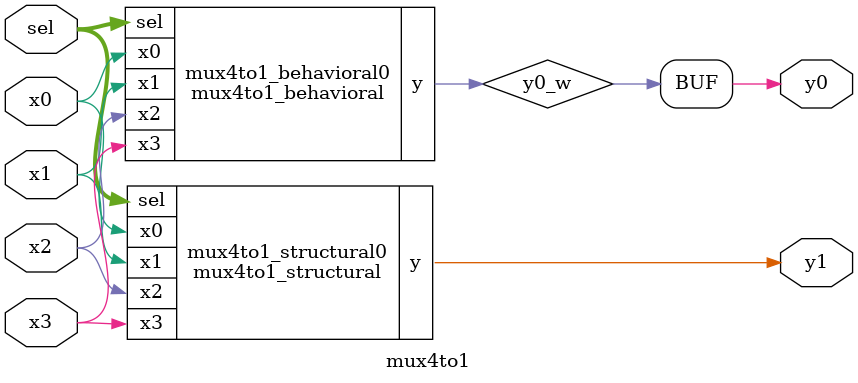
<source format=v>
`timescale 1ns / 1ps

module mux4to1_behavioral (
    input  wire       x0,
    input  wire       x1,
    input  wire       x2,
    input  wire       x3,
    input  wire [1:0] sel,
    output reg        y
);

  always @(*) begin
    case (sel)
      2'b00:   y = x0;
      2'b01:   y = x1;
      2'b10:   y = x2;
      2'b11:   y = x3;
      default: y = 1'b0;
    endcase
  end

endmodule

module mux2to1 (
    input  wire x0,
    input  wire x1,
    input  wire sel,
    output wire y
);
  assign y = sel ? x1 : x0;
endmodule

module mux4to1_structural (
    input  wire       x0,
    input  wire       x1,
    input  wire       x2,
    input  wire       x3,
    input  wire [1:0] sel,
    output wire       y
);

  wire y0, y1;

  mux2to1 mux1 (
      .x0 (x0),
      .x1 (x1),
      .sel(sel[0]),
      .y  (y0)
  );
  mux2to1 mux2 (
      .x0 (x2),
      .x1 (x3),
      .sel(sel[0]),
      .y  (y1)
  );
  mux2to1 mux3 (
      .x0 (y0),
      .x1 (y1),
      .sel(sel[1]),
      .y  (y)
  );

endmodule


module mux4to1 (
    input  wire       x0,
    input  wire       x1,
    input  wire       x2,
    input  wire       x3,
    input  wire [1:0] sel,
    output reg        y0,
    output wire       y1
);

  // reg (y0) can't connect directly to module output;
  // wire (y0_w) acts as intermediary for procedural assignment
  wire y0_w;

  mux4to1_behavioral mux4to1_behavioral0 (
      .x0 (x0),
      .x1 (x1),
      .x2 (x2),
      .x3 (x3),
      .sel(sel),
      .y  (y0_w)
  );

  mux4to1_structural mux4to1_structural0 (
      .x0 (x0),
      .x1 (x1),
      .x2 (x2),
      .x3 (x3),
      .sel(sel),
      .y  (y1)
  );

  // Assign the value of internal wire y0_w to reg y0 in procedural block
  always @(*) begin
    y0 = y0_w;
  end

endmodule



</source>
